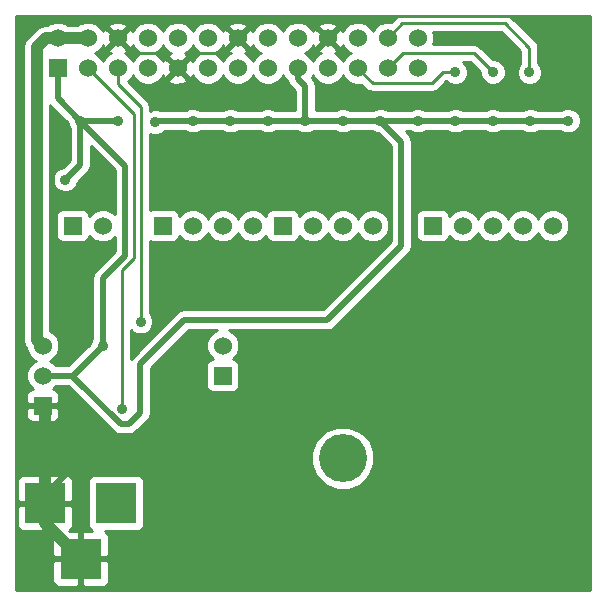
<source format=gbl>
G04 (created by PCBNEW (2013-07-07 BZR 4022)-stable) date 21/02/2014 11:26:53*
%MOIN*%
G04 Gerber Fmt 3.4, Leading zero omitted, Abs format*
%FSLAX34Y34*%
G01*
G70*
G90*
G04 APERTURE LIST*
%ADD10C,0.00590551*%
%ADD11R,0.06X0.06*%
%ADD12C,0.06*%
%ADD13R,0.1378X0.1378*%
%ADD14C,0.16*%
%ADD15C,0.035*%
%ADD16C,0.019685*%
%ADD17C,0.0393701*%
%ADD18C,0.00984252*%
%ADD19C,0.01*%
G04 APERTURE END LIST*
G54D10*
G54D11*
X39000Y-16750D03*
G54D12*
X40000Y-16750D03*
X41000Y-16750D03*
X42000Y-16750D03*
X43000Y-16750D03*
G54D11*
X27000Y-16750D03*
G54D12*
X28000Y-16750D03*
G54D11*
X26500Y-11500D03*
G54D12*
X26500Y-10500D03*
X27500Y-11500D03*
X27500Y-10500D03*
X28500Y-11500D03*
X28500Y-10500D03*
X29500Y-11500D03*
X29500Y-10500D03*
X30500Y-11500D03*
X30500Y-10500D03*
X31500Y-11500D03*
X31500Y-10500D03*
X32500Y-11500D03*
X32500Y-10500D03*
X33500Y-11500D03*
X33500Y-10500D03*
X34500Y-11500D03*
X34500Y-10500D03*
X35500Y-11500D03*
X35500Y-10500D03*
X36500Y-11500D03*
X36500Y-10500D03*
X37500Y-11500D03*
X37500Y-10500D03*
X38500Y-11500D03*
X38500Y-10500D03*
G54D13*
X28441Y-26000D03*
X26079Y-26000D03*
X27260Y-27850D03*
G54D11*
X26000Y-22750D03*
G54D12*
X26000Y-21750D03*
X26000Y-20750D03*
G54D14*
X36000Y-24500D03*
G54D11*
X34000Y-16750D03*
G54D12*
X35000Y-16750D03*
X36000Y-16750D03*
X37000Y-16750D03*
G54D11*
X30000Y-16750D03*
G54D12*
X31000Y-16750D03*
X32000Y-16750D03*
X33000Y-16750D03*
G54D11*
X32000Y-21750D03*
G54D12*
X32000Y-20750D03*
G54D15*
X26750Y-15210D03*
X29750Y-13300D03*
X31000Y-13250D03*
X32250Y-13250D03*
X28500Y-13250D03*
X28000Y-20750D03*
X27250Y-13250D03*
X33500Y-13250D03*
X34750Y-13250D03*
X36000Y-13250D03*
X37250Y-13250D03*
X38500Y-13250D03*
X39750Y-13250D03*
X41000Y-13250D03*
X42250Y-13250D03*
X43500Y-13250D03*
X42220Y-11640D03*
X37900Y-18500D03*
X39100Y-18500D03*
X40400Y-18500D03*
X41600Y-18500D03*
X42900Y-18500D03*
X35400Y-18500D03*
X34100Y-18500D03*
X32850Y-18500D03*
X31600Y-18500D03*
X30350Y-18500D03*
X44000Y-10700D03*
X44000Y-11600D03*
X42050Y-28000D03*
X43400Y-28000D03*
X42100Y-25500D03*
X40700Y-25500D03*
X43400Y-25400D03*
X30100Y-23100D03*
X33000Y-23100D03*
X34700Y-23400D03*
X27100Y-23400D03*
X27300Y-24500D03*
X36800Y-20400D03*
X39300Y-20400D03*
X38100Y-22500D03*
X43800Y-23500D03*
X42400Y-22200D03*
X40800Y-23100D03*
X43400Y-26700D03*
X42050Y-26700D03*
X40700Y-26700D03*
X26650Y-19950D03*
X26650Y-18500D03*
X34000Y-28300D03*
X32900Y-25800D03*
X30200Y-25400D03*
X29800Y-27900D03*
X39750Y-11630D03*
X29260Y-19950D03*
X41000Y-11630D03*
X28650Y-22850D03*
G54D16*
X37250Y-13250D02*
X37950Y-13950D01*
X28590Y-23360D02*
X26980Y-21750D01*
X28870Y-23360D02*
X28590Y-23360D01*
X29250Y-22980D02*
X28870Y-23360D01*
X29250Y-21360D02*
X29250Y-22980D01*
X30720Y-19890D02*
X29250Y-21360D01*
X35480Y-19890D02*
X30720Y-19890D01*
X37950Y-17420D02*
X35480Y-19890D01*
X37950Y-13950D02*
X37950Y-17420D01*
X27250Y-13250D02*
X27250Y-14710D01*
X27250Y-14710D02*
X26750Y-15210D01*
X34500Y-11500D02*
X34500Y-11850D01*
X34750Y-12100D02*
X34750Y-13250D01*
X34500Y-11850D02*
X34750Y-12100D01*
X31000Y-13250D02*
X29750Y-13250D01*
X29750Y-13250D02*
X29750Y-13300D01*
X32250Y-13250D02*
X31000Y-13250D01*
X33500Y-13250D02*
X32250Y-13250D01*
X27250Y-13250D02*
X28500Y-13250D01*
X26500Y-11500D02*
X26500Y-12500D01*
X26500Y-12500D02*
X27250Y-13250D01*
X28000Y-20750D02*
X28000Y-18500D01*
X28750Y-14750D02*
X27250Y-13250D01*
X28750Y-17750D02*
X28750Y-14750D01*
X28000Y-18500D02*
X28750Y-17750D01*
X27000Y-21750D02*
X26980Y-21750D01*
X28000Y-20750D02*
X27000Y-21750D01*
X26980Y-21750D02*
X26000Y-21750D01*
X34750Y-13250D02*
X33500Y-13250D01*
X36000Y-13250D02*
X34750Y-13250D01*
X37250Y-13250D02*
X36000Y-13250D01*
X38500Y-13250D02*
X37250Y-13250D01*
X39750Y-13250D02*
X38500Y-13250D01*
X41000Y-13250D02*
X39750Y-13250D01*
X42250Y-13250D02*
X41000Y-13250D01*
X43500Y-13250D02*
X42250Y-13250D01*
G54D17*
X26500Y-10500D02*
X26100Y-10500D01*
X25800Y-20550D02*
X26000Y-20750D01*
X25800Y-10800D02*
X25800Y-20550D01*
X26100Y-10500D02*
X25800Y-10800D01*
X26500Y-10500D02*
X27500Y-10500D01*
X26500Y-10500D02*
X26500Y-10500D01*
G54D18*
X37500Y-10500D02*
X37500Y-10480D01*
X42220Y-10810D02*
X42220Y-11640D01*
X41410Y-10000D02*
X42220Y-10810D01*
X37980Y-10000D02*
X41410Y-10000D01*
X37500Y-10480D02*
X37980Y-10000D01*
X44000Y-10700D02*
X43100Y-10100D01*
X36250Y-9750D02*
X35500Y-10500D01*
X42750Y-9750D02*
X36250Y-9750D01*
X43100Y-10100D02*
X42750Y-9750D01*
G54D16*
X42900Y-18500D02*
X44100Y-18500D01*
X37900Y-18500D02*
X39100Y-18500D01*
X40400Y-18500D02*
X41600Y-18500D01*
X32850Y-18500D02*
X34100Y-18500D01*
X30350Y-18500D02*
X31600Y-18500D01*
X44000Y-18400D02*
X44000Y-11600D01*
X44100Y-18500D02*
X44000Y-18400D01*
G54D18*
X37800Y-28000D02*
X42050Y-28000D01*
G54D16*
X37800Y-28000D02*
X40700Y-28000D01*
X42100Y-28000D02*
X40700Y-28000D01*
G54D18*
X30500Y-11500D02*
X30000Y-11000D01*
X29000Y-11000D02*
X28500Y-10500D01*
X30000Y-11000D02*
X29000Y-11000D01*
G54D16*
X42100Y-28000D02*
X43400Y-28000D01*
X42400Y-22200D02*
X42400Y-25200D01*
X42400Y-25200D02*
X42100Y-25500D01*
X40800Y-23100D02*
X40800Y-25400D01*
X40800Y-25400D02*
X40700Y-25500D01*
X43800Y-23500D02*
X43800Y-25000D01*
X43800Y-25000D02*
X43400Y-25400D01*
X38100Y-22500D02*
X35600Y-22500D01*
X33000Y-23100D02*
X30100Y-23100D01*
X35600Y-22500D02*
X34700Y-23400D01*
X26079Y-26000D02*
X26079Y-25721D01*
X26079Y-25721D02*
X27300Y-24500D01*
X40800Y-23100D02*
X38700Y-23100D01*
X39300Y-20400D02*
X36800Y-20400D01*
X38700Y-23100D02*
X38100Y-22500D01*
X43400Y-23900D02*
X42300Y-23900D01*
X43800Y-23500D02*
X43400Y-23900D01*
X41700Y-22200D02*
X42400Y-22200D01*
X40800Y-23100D02*
X41700Y-22200D01*
X42050Y-26700D02*
X43400Y-26700D01*
X42050Y-26700D02*
X40700Y-26700D01*
X26650Y-18500D02*
X26650Y-19950D01*
G54D17*
X34000Y-26900D02*
X34000Y-28300D01*
X32900Y-25800D02*
X34000Y-26900D01*
X30200Y-27500D02*
X30200Y-25400D01*
X29800Y-27900D02*
X30200Y-27500D01*
G54D18*
X32500Y-10500D02*
X32490Y-10500D01*
X31000Y-11000D02*
X30500Y-11500D01*
X31990Y-11000D02*
X31000Y-11000D01*
X32490Y-10500D02*
X31990Y-11000D01*
G54D17*
X26079Y-26000D02*
X26079Y-22829D01*
X26079Y-22829D02*
X26000Y-22750D01*
X26079Y-26000D02*
X26079Y-26669D01*
X26079Y-26669D02*
X27260Y-27850D01*
G54D18*
X36500Y-11500D02*
X36500Y-11510D01*
X39330Y-11630D02*
X39750Y-11630D01*
X38960Y-12000D02*
X39330Y-11630D01*
X36990Y-12000D02*
X38960Y-12000D01*
X36500Y-11510D02*
X36990Y-12000D01*
X28500Y-11500D02*
X28500Y-12020D01*
X29260Y-12780D02*
X29260Y-19950D01*
X28500Y-12020D02*
X29260Y-12780D01*
X37500Y-11500D02*
X38010Y-10990D01*
X40360Y-10990D02*
X41000Y-11630D01*
X38010Y-10990D02*
X40360Y-10990D01*
X27500Y-11500D02*
X29040Y-13040D01*
X28650Y-18230D02*
X28650Y-22850D01*
X29040Y-17840D02*
X28650Y-18230D01*
X29040Y-13040D02*
X29040Y-17840D01*
G54D10*
G36*
X28401Y-17605D02*
X27753Y-18253D01*
X27678Y-18366D01*
X27673Y-18388D01*
X27651Y-18500D01*
X27651Y-18500D01*
X27651Y-20497D01*
X27639Y-20508D01*
X27575Y-20665D01*
X27575Y-20682D01*
X26855Y-21401D01*
X26429Y-21401D01*
X26311Y-21284D01*
X26230Y-21250D01*
X26311Y-21216D01*
X26465Y-21061D01*
X26549Y-20859D01*
X26550Y-20641D01*
X26466Y-20438D01*
X26311Y-20284D01*
X26246Y-20256D01*
X26246Y-12736D01*
X26253Y-12746D01*
X26824Y-13317D01*
X26824Y-13334D01*
X26889Y-13490D01*
X26901Y-13502D01*
X26901Y-14565D01*
X26682Y-14784D01*
X26665Y-14784D01*
X26509Y-14849D01*
X26389Y-14968D01*
X26325Y-15125D01*
X26324Y-15294D01*
X26389Y-15450D01*
X26508Y-15570D01*
X26665Y-15634D01*
X26834Y-15635D01*
X26990Y-15570D01*
X27110Y-15451D01*
X27174Y-15294D01*
X27174Y-15277D01*
X27496Y-14956D01*
X27496Y-14956D01*
X27496Y-14956D01*
X27571Y-14843D01*
X27598Y-14710D01*
X27598Y-14710D01*
X27598Y-14709D01*
X27598Y-14091D01*
X28401Y-14894D01*
X28401Y-16373D01*
X28311Y-16284D01*
X28109Y-16200D01*
X27891Y-16199D01*
X27688Y-16283D01*
X27550Y-16422D01*
X27550Y-16400D01*
X27512Y-16308D01*
X27441Y-16238D01*
X27349Y-16200D01*
X27250Y-16199D01*
X26650Y-16199D01*
X26558Y-16237D01*
X26488Y-16308D01*
X26450Y-16400D01*
X26449Y-16499D01*
X26449Y-17099D01*
X26487Y-17191D01*
X26558Y-17261D01*
X26650Y-17299D01*
X26749Y-17300D01*
X27349Y-17300D01*
X27441Y-17262D01*
X27511Y-17191D01*
X27549Y-17099D01*
X27549Y-17077D01*
X27688Y-17215D01*
X27890Y-17299D01*
X28108Y-17300D01*
X28311Y-17216D01*
X28401Y-17126D01*
X28401Y-17605D01*
X28401Y-17605D01*
G37*
G54D19*
X28401Y-17605D02*
X27753Y-18253D01*
X27678Y-18366D01*
X27673Y-18388D01*
X27651Y-18500D01*
X27651Y-18500D01*
X27651Y-20497D01*
X27639Y-20508D01*
X27575Y-20665D01*
X27575Y-20682D01*
X26855Y-21401D01*
X26429Y-21401D01*
X26311Y-21284D01*
X26230Y-21250D01*
X26311Y-21216D01*
X26465Y-21061D01*
X26549Y-20859D01*
X26550Y-20641D01*
X26466Y-20438D01*
X26311Y-20284D01*
X26246Y-20256D01*
X26246Y-12736D01*
X26253Y-12746D01*
X26824Y-13317D01*
X26824Y-13334D01*
X26889Y-13490D01*
X26901Y-13502D01*
X26901Y-14565D01*
X26682Y-14784D01*
X26665Y-14784D01*
X26509Y-14849D01*
X26389Y-14968D01*
X26325Y-15125D01*
X26324Y-15294D01*
X26389Y-15450D01*
X26508Y-15570D01*
X26665Y-15634D01*
X26834Y-15635D01*
X26990Y-15570D01*
X27110Y-15451D01*
X27174Y-15294D01*
X27174Y-15277D01*
X27496Y-14956D01*
X27496Y-14956D01*
X27496Y-14956D01*
X27571Y-14843D01*
X27598Y-14710D01*
X27598Y-14710D01*
X27598Y-14709D01*
X27598Y-14091D01*
X28401Y-14894D01*
X28401Y-16373D01*
X28311Y-16284D01*
X28109Y-16200D01*
X27891Y-16199D01*
X27688Y-16283D01*
X27550Y-16422D01*
X27550Y-16400D01*
X27512Y-16308D01*
X27441Y-16238D01*
X27349Y-16200D01*
X27250Y-16199D01*
X26650Y-16199D01*
X26558Y-16237D01*
X26488Y-16308D01*
X26450Y-16400D01*
X26449Y-16499D01*
X26449Y-17099D01*
X26487Y-17191D01*
X26558Y-17261D01*
X26650Y-17299D01*
X26749Y-17300D01*
X27349Y-17300D01*
X27441Y-17262D01*
X27511Y-17191D01*
X27549Y-17099D01*
X27549Y-17077D01*
X27688Y-17215D01*
X27890Y-17299D01*
X28108Y-17300D01*
X28311Y-17216D01*
X28401Y-17126D01*
X28401Y-17605D01*
G54D10*
G36*
X34401Y-12901D02*
X33752Y-12901D01*
X33741Y-12889D01*
X33584Y-12825D01*
X33415Y-12824D01*
X33259Y-12889D01*
X33247Y-12901D01*
X32502Y-12901D01*
X32491Y-12889D01*
X32334Y-12825D01*
X32165Y-12824D01*
X32009Y-12889D01*
X31997Y-12901D01*
X31252Y-12901D01*
X31241Y-12889D01*
X31084Y-12825D01*
X30915Y-12824D01*
X30815Y-12866D01*
X30815Y-11885D01*
X30500Y-11570D01*
X30184Y-11885D01*
X30212Y-11981D01*
X30418Y-12054D01*
X30636Y-12043D01*
X30787Y-11981D01*
X30815Y-11885D01*
X30815Y-12866D01*
X30759Y-12889D01*
X30747Y-12901D01*
X29898Y-12901D01*
X29834Y-12875D01*
X29665Y-12874D01*
X29559Y-12918D01*
X29559Y-12780D01*
X29559Y-12779D01*
X29536Y-12665D01*
X29536Y-12665D01*
X29514Y-12633D01*
X29471Y-12568D01*
X29471Y-12568D01*
X28840Y-11937D01*
X28965Y-11811D01*
X28999Y-11730D01*
X29033Y-11811D01*
X29188Y-11965D01*
X29390Y-12049D01*
X29608Y-12050D01*
X29811Y-11966D01*
X29965Y-11811D01*
X29997Y-11736D01*
X30018Y-11787D01*
X30114Y-11815D01*
X30429Y-11500D01*
X30114Y-11184D01*
X30018Y-11212D01*
X29999Y-11267D01*
X29966Y-11188D01*
X29811Y-11034D01*
X29730Y-11000D01*
X29811Y-10966D01*
X29965Y-10811D01*
X29999Y-10730D01*
X30033Y-10811D01*
X30188Y-10965D01*
X30263Y-10997D01*
X30212Y-11018D01*
X30184Y-11114D01*
X30500Y-11429D01*
X30815Y-11114D01*
X30787Y-11018D01*
X30732Y-10999D01*
X30811Y-10966D01*
X30965Y-10811D01*
X30999Y-10730D01*
X31033Y-10811D01*
X31188Y-10965D01*
X31269Y-10999D01*
X31188Y-11033D01*
X31034Y-11188D01*
X31002Y-11263D01*
X30981Y-11212D01*
X30885Y-11184D01*
X30570Y-11500D01*
X30885Y-11815D01*
X30981Y-11787D01*
X31000Y-11732D01*
X31033Y-11811D01*
X31188Y-11965D01*
X31390Y-12049D01*
X31608Y-12050D01*
X31811Y-11966D01*
X31965Y-11811D01*
X31999Y-11730D01*
X32033Y-11811D01*
X32188Y-11965D01*
X32390Y-12049D01*
X32608Y-12050D01*
X32811Y-11966D01*
X32965Y-11811D01*
X32999Y-11730D01*
X33033Y-11811D01*
X33188Y-11965D01*
X33390Y-12049D01*
X33608Y-12050D01*
X33811Y-11966D01*
X33965Y-11811D01*
X33999Y-11730D01*
X34033Y-11811D01*
X34171Y-11949D01*
X34173Y-11961D01*
X34178Y-11983D01*
X34253Y-12096D01*
X34401Y-12244D01*
X34401Y-12901D01*
X34401Y-12901D01*
G37*
G54D19*
X34401Y-12901D02*
X33752Y-12901D01*
X33741Y-12889D01*
X33584Y-12825D01*
X33415Y-12824D01*
X33259Y-12889D01*
X33247Y-12901D01*
X32502Y-12901D01*
X32491Y-12889D01*
X32334Y-12825D01*
X32165Y-12824D01*
X32009Y-12889D01*
X31997Y-12901D01*
X31252Y-12901D01*
X31241Y-12889D01*
X31084Y-12825D01*
X30915Y-12824D01*
X30815Y-12866D01*
X30815Y-11885D01*
X30500Y-11570D01*
X30184Y-11885D01*
X30212Y-11981D01*
X30418Y-12054D01*
X30636Y-12043D01*
X30787Y-11981D01*
X30815Y-11885D01*
X30815Y-12866D01*
X30759Y-12889D01*
X30747Y-12901D01*
X29898Y-12901D01*
X29834Y-12875D01*
X29665Y-12874D01*
X29559Y-12918D01*
X29559Y-12780D01*
X29559Y-12779D01*
X29536Y-12665D01*
X29536Y-12665D01*
X29514Y-12633D01*
X29471Y-12568D01*
X29471Y-12568D01*
X28840Y-11937D01*
X28965Y-11811D01*
X28999Y-11730D01*
X29033Y-11811D01*
X29188Y-11965D01*
X29390Y-12049D01*
X29608Y-12050D01*
X29811Y-11966D01*
X29965Y-11811D01*
X29997Y-11736D01*
X30018Y-11787D01*
X30114Y-11815D01*
X30429Y-11500D01*
X30114Y-11184D01*
X30018Y-11212D01*
X29999Y-11267D01*
X29966Y-11188D01*
X29811Y-11034D01*
X29730Y-11000D01*
X29811Y-10966D01*
X29965Y-10811D01*
X29999Y-10730D01*
X30033Y-10811D01*
X30188Y-10965D01*
X30263Y-10997D01*
X30212Y-11018D01*
X30184Y-11114D01*
X30500Y-11429D01*
X30815Y-11114D01*
X30787Y-11018D01*
X30732Y-10999D01*
X30811Y-10966D01*
X30965Y-10811D01*
X30999Y-10730D01*
X31033Y-10811D01*
X31188Y-10965D01*
X31269Y-10999D01*
X31188Y-11033D01*
X31034Y-11188D01*
X31002Y-11263D01*
X30981Y-11212D01*
X30885Y-11184D01*
X30570Y-11500D01*
X30885Y-11815D01*
X30981Y-11787D01*
X31000Y-11732D01*
X31033Y-11811D01*
X31188Y-11965D01*
X31390Y-12049D01*
X31608Y-12050D01*
X31811Y-11966D01*
X31965Y-11811D01*
X31999Y-11730D01*
X32033Y-11811D01*
X32188Y-11965D01*
X32390Y-12049D01*
X32608Y-12050D01*
X32811Y-11966D01*
X32965Y-11811D01*
X32999Y-11730D01*
X33033Y-11811D01*
X33188Y-11965D01*
X33390Y-12049D01*
X33608Y-12050D01*
X33811Y-11966D01*
X33965Y-11811D01*
X33999Y-11730D01*
X34033Y-11811D01*
X34171Y-11949D01*
X34173Y-11961D01*
X34178Y-11983D01*
X34253Y-12096D01*
X34401Y-12244D01*
X34401Y-12901D01*
G54D10*
G36*
X37601Y-17275D02*
X35335Y-19541D01*
X30720Y-19541D01*
X30586Y-19568D01*
X30473Y-19643D01*
X30473Y-19643D01*
X29003Y-21113D01*
X28949Y-21195D01*
X28949Y-20240D01*
X29018Y-20310D01*
X29175Y-20374D01*
X29344Y-20375D01*
X29500Y-20310D01*
X29620Y-20191D01*
X29684Y-20034D01*
X29685Y-19865D01*
X29620Y-19709D01*
X29559Y-19648D01*
X29559Y-17262D01*
X29650Y-17299D01*
X29749Y-17300D01*
X30349Y-17300D01*
X30441Y-17262D01*
X30511Y-17191D01*
X30549Y-17099D01*
X30549Y-17077D01*
X30688Y-17215D01*
X30890Y-17299D01*
X31108Y-17300D01*
X31311Y-17216D01*
X31465Y-17061D01*
X31499Y-16980D01*
X31533Y-17061D01*
X31688Y-17215D01*
X31890Y-17299D01*
X32108Y-17300D01*
X32311Y-17216D01*
X32465Y-17061D01*
X32499Y-16980D01*
X32533Y-17061D01*
X32688Y-17215D01*
X32890Y-17299D01*
X33108Y-17300D01*
X33311Y-17216D01*
X33449Y-17077D01*
X33449Y-17099D01*
X33487Y-17191D01*
X33558Y-17261D01*
X33650Y-17299D01*
X33749Y-17300D01*
X34349Y-17300D01*
X34441Y-17262D01*
X34511Y-17191D01*
X34549Y-17099D01*
X34549Y-17077D01*
X34688Y-17215D01*
X34890Y-17299D01*
X35108Y-17300D01*
X35311Y-17216D01*
X35465Y-17061D01*
X35499Y-16980D01*
X35533Y-17061D01*
X35688Y-17215D01*
X35890Y-17299D01*
X36108Y-17300D01*
X36311Y-17216D01*
X36465Y-17061D01*
X36499Y-16980D01*
X36533Y-17061D01*
X36688Y-17215D01*
X36890Y-17299D01*
X37108Y-17300D01*
X37311Y-17216D01*
X37465Y-17061D01*
X37549Y-16859D01*
X37550Y-16641D01*
X37466Y-16438D01*
X37311Y-16284D01*
X37109Y-16200D01*
X36891Y-16199D01*
X36688Y-16283D01*
X36534Y-16438D01*
X36500Y-16519D01*
X36466Y-16438D01*
X36311Y-16284D01*
X36109Y-16200D01*
X35891Y-16199D01*
X35688Y-16283D01*
X35534Y-16438D01*
X35500Y-16519D01*
X35466Y-16438D01*
X35311Y-16284D01*
X35109Y-16200D01*
X34891Y-16199D01*
X34688Y-16283D01*
X34550Y-16422D01*
X34550Y-16400D01*
X34512Y-16308D01*
X34441Y-16238D01*
X34349Y-16200D01*
X34250Y-16199D01*
X33650Y-16199D01*
X33558Y-16237D01*
X33488Y-16308D01*
X33450Y-16400D01*
X33450Y-16422D01*
X33311Y-16284D01*
X33109Y-16200D01*
X32891Y-16199D01*
X32688Y-16283D01*
X32534Y-16438D01*
X32500Y-16519D01*
X32466Y-16438D01*
X32311Y-16284D01*
X32109Y-16200D01*
X31891Y-16199D01*
X31688Y-16283D01*
X31534Y-16438D01*
X31500Y-16519D01*
X31466Y-16438D01*
X31311Y-16284D01*
X31109Y-16200D01*
X30891Y-16199D01*
X30688Y-16283D01*
X30550Y-16422D01*
X30550Y-16400D01*
X30512Y-16308D01*
X30441Y-16238D01*
X30349Y-16200D01*
X30250Y-16199D01*
X29650Y-16199D01*
X29559Y-16237D01*
X29559Y-13680D01*
X29665Y-13724D01*
X29834Y-13725D01*
X29990Y-13660D01*
X30052Y-13598D01*
X30747Y-13598D01*
X30758Y-13610D01*
X30915Y-13674D01*
X31084Y-13675D01*
X31240Y-13610D01*
X31252Y-13598D01*
X31997Y-13598D01*
X32008Y-13610D01*
X32165Y-13674D01*
X32334Y-13675D01*
X32490Y-13610D01*
X32502Y-13598D01*
X33247Y-13598D01*
X33258Y-13610D01*
X33415Y-13674D01*
X33584Y-13675D01*
X33740Y-13610D01*
X33752Y-13598D01*
X34497Y-13598D01*
X34508Y-13610D01*
X34665Y-13674D01*
X34834Y-13675D01*
X34990Y-13610D01*
X35002Y-13598D01*
X35747Y-13598D01*
X35758Y-13610D01*
X35915Y-13674D01*
X36084Y-13675D01*
X36240Y-13610D01*
X36252Y-13598D01*
X36997Y-13598D01*
X37008Y-13610D01*
X37165Y-13674D01*
X37182Y-13674D01*
X37601Y-14094D01*
X37601Y-17275D01*
X37601Y-17275D01*
G37*
G54D19*
X37601Y-17275D02*
X35335Y-19541D01*
X30720Y-19541D01*
X30586Y-19568D01*
X30473Y-19643D01*
X30473Y-19643D01*
X29003Y-21113D01*
X28949Y-21195D01*
X28949Y-20240D01*
X29018Y-20310D01*
X29175Y-20374D01*
X29344Y-20375D01*
X29500Y-20310D01*
X29620Y-20191D01*
X29684Y-20034D01*
X29685Y-19865D01*
X29620Y-19709D01*
X29559Y-19648D01*
X29559Y-17262D01*
X29650Y-17299D01*
X29749Y-17300D01*
X30349Y-17300D01*
X30441Y-17262D01*
X30511Y-17191D01*
X30549Y-17099D01*
X30549Y-17077D01*
X30688Y-17215D01*
X30890Y-17299D01*
X31108Y-17300D01*
X31311Y-17216D01*
X31465Y-17061D01*
X31499Y-16980D01*
X31533Y-17061D01*
X31688Y-17215D01*
X31890Y-17299D01*
X32108Y-17300D01*
X32311Y-17216D01*
X32465Y-17061D01*
X32499Y-16980D01*
X32533Y-17061D01*
X32688Y-17215D01*
X32890Y-17299D01*
X33108Y-17300D01*
X33311Y-17216D01*
X33449Y-17077D01*
X33449Y-17099D01*
X33487Y-17191D01*
X33558Y-17261D01*
X33650Y-17299D01*
X33749Y-17300D01*
X34349Y-17300D01*
X34441Y-17262D01*
X34511Y-17191D01*
X34549Y-17099D01*
X34549Y-17077D01*
X34688Y-17215D01*
X34890Y-17299D01*
X35108Y-17300D01*
X35311Y-17216D01*
X35465Y-17061D01*
X35499Y-16980D01*
X35533Y-17061D01*
X35688Y-17215D01*
X35890Y-17299D01*
X36108Y-17300D01*
X36311Y-17216D01*
X36465Y-17061D01*
X36499Y-16980D01*
X36533Y-17061D01*
X36688Y-17215D01*
X36890Y-17299D01*
X37108Y-17300D01*
X37311Y-17216D01*
X37465Y-17061D01*
X37549Y-16859D01*
X37550Y-16641D01*
X37466Y-16438D01*
X37311Y-16284D01*
X37109Y-16200D01*
X36891Y-16199D01*
X36688Y-16283D01*
X36534Y-16438D01*
X36500Y-16519D01*
X36466Y-16438D01*
X36311Y-16284D01*
X36109Y-16200D01*
X35891Y-16199D01*
X35688Y-16283D01*
X35534Y-16438D01*
X35500Y-16519D01*
X35466Y-16438D01*
X35311Y-16284D01*
X35109Y-16200D01*
X34891Y-16199D01*
X34688Y-16283D01*
X34550Y-16422D01*
X34550Y-16400D01*
X34512Y-16308D01*
X34441Y-16238D01*
X34349Y-16200D01*
X34250Y-16199D01*
X33650Y-16199D01*
X33558Y-16237D01*
X33488Y-16308D01*
X33450Y-16400D01*
X33450Y-16422D01*
X33311Y-16284D01*
X33109Y-16200D01*
X32891Y-16199D01*
X32688Y-16283D01*
X32534Y-16438D01*
X32500Y-16519D01*
X32466Y-16438D01*
X32311Y-16284D01*
X32109Y-16200D01*
X31891Y-16199D01*
X31688Y-16283D01*
X31534Y-16438D01*
X31500Y-16519D01*
X31466Y-16438D01*
X31311Y-16284D01*
X31109Y-16200D01*
X30891Y-16199D01*
X30688Y-16283D01*
X30550Y-16422D01*
X30550Y-16400D01*
X30512Y-16308D01*
X30441Y-16238D01*
X30349Y-16200D01*
X30250Y-16199D01*
X29650Y-16199D01*
X29559Y-16237D01*
X29559Y-13680D01*
X29665Y-13724D01*
X29834Y-13725D01*
X29990Y-13660D01*
X30052Y-13598D01*
X30747Y-13598D01*
X30758Y-13610D01*
X30915Y-13674D01*
X31084Y-13675D01*
X31240Y-13610D01*
X31252Y-13598D01*
X31997Y-13598D01*
X32008Y-13610D01*
X32165Y-13674D01*
X32334Y-13675D01*
X32490Y-13610D01*
X32502Y-13598D01*
X33247Y-13598D01*
X33258Y-13610D01*
X33415Y-13674D01*
X33584Y-13675D01*
X33740Y-13610D01*
X33752Y-13598D01*
X34497Y-13598D01*
X34508Y-13610D01*
X34665Y-13674D01*
X34834Y-13675D01*
X34990Y-13610D01*
X35002Y-13598D01*
X35747Y-13598D01*
X35758Y-13610D01*
X35915Y-13674D01*
X36084Y-13675D01*
X36240Y-13610D01*
X36252Y-13598D01*
X36997Y-13598D01*
X37008Y-13610D01*
X37165Y-13674D01*
X37182Y-13674D01*
X37601Y-14094D01*
X37601Y-17275D01*
G54D10*
G36*
X38576Y-11505D02*
X38505Y-11576D01*
X38500Y-11570D01*
X38494Y-11576D01*
X38423Y-11505D01*
X38429Y-11500D01*
X38423Y-11494D01*
X38494Y-11423D01*
X38500Y-11429D01*
X38505Y-11423D01*
X38576Y-11494D01*
X38570Y-11500D01*
X38576Y-11505D01*
X38576Y-11505D01*
G37*
G54D19*
X38576Y-11505D02*
X38505Y-11576D01*
X38500Y-11570D01*
X38494Y-11576D01*
X38423Y-11505D01*
X38429Y-11500D01*
X38423Y-11494D01*
X38494Y-11423D01*
X38500Y-11429D01*
X38505Y-11423D01*
X38576Y-11494D01*
X38570Y-11500D01*
X38576Y-11505D01*
G54D10*
G36*
X44250Y-28895D02*
X43550Y-28895D01*
X43550Y-16641D01*
X43466Y-16438D01*
X43311Y-16284D01*
X43109Y-16200D01*
X42891Y-16199D01*
X42688Y-16283D01*
X42534Y-16438D01*
X42500Y-16519D01*
X42466Y-16438D01*
X42311Y-16284D01*
X42109Y-16200D01*
X41891Y-16199D01*
X41688Y-16283D01*
X41534Y-16438D01*
X41500Y-16519D01*
X41466Y-16438D01*
X41311Y-16284D01*
X41109Y-16200D01*
X40891Y-16199D01*
X40688Y-16283D01*
X40534Y-16438D01*
X40500Y-16519D01*
X40466Y-16438D01*
X40311Y-16284D01*
X40109Y-16200D01*
X39891Y-16199D01*
X39688Y-16283D01*
X39550Y-16422D01*
X39550Y-16400D01*
X39512Y-16308D01*
X39441Y-16238D01*
X39349Y-16200D01*
X39250Y-16199D01*
X38650Y-16199D01*
X38558Y-16237D01*
X38488Y-16308D01*
X38450Y-16400D01*
X38449Y-16499D01*
X38449Y-17099D01*
X38487Y-17191D01*
X38558Y-17261D01*
X38650Y-17299D01*
X38749Y-17300D01*
X39349Y-17300D01*
X39441Y-17262D01*
X39511Y-17191D01*
X39549Y-17099D01*
X39549Y-17077D01*
X39688Y-17215D01*
X39890Y-17299D01*
X40108Y-17300D01*
X40311Y-17216D01*
X40465Y-17061D01*
X40499Y-16980D01*
X40533Y-17061D01*
X40688Y-17215D01*
X40890Y-17299D01*
X41108Y-17300D01*
X41311Y-17216D01*
X41465Y-17061D01*
X41499Y-16980D01*
X41533Y-17061D01*
X41688Y-17215D01*
X41890Y-17299D01*
X42108Y-17300D01*
X42311Y-17216D01*
X42465Y-17061D01*
X42499Y-16980D01*
X42533Y-17061D01*
X42688Y-17215D01*
X42890Y-17299D01*
X43108Y-17300D01*
X43311Y-17216D01*
X43465Y-17061D01*
X43549Y-16859D01*
X43550Y-16641D01*
X43550Y-28895D01*
X37050Y-28895D01*
X37050Y-24292D01*
X36890Y-23906D01*
X36595Y-23610D01*
X36209Y-23450D01*
X35792Y-23449D01*
X35406Y-23609D01*
X35110Y-23904D01*
X34950Y-24290D01*
X34949Y-24707D01*
X35109Y-25094D01*
X35404Y-25389D01*
X35790Y-25549D01*
X36207Y-25550D01*
X36594Y-25390D01*
X36889Y-25095D01*
X37049Y-24709D01*
X37050Y-24292D01*
X37050Y-28895D01*
X29380Y-28895D01*
X29380Y-26639D01*
X29380Y-25261D01*
X29342Y-25169D01*
X29271Y-25099D01*
X29179Y-25061D01*
X29080Y-25060D01*
X27702Y-25060D01*
X27610Y-25098D01*
X27540Y-25169D01*
X27502Y-25261D01*
X27501Y-25360D01*
X27501Y-26738D01*
X27539Y-26830D01*
X27610Y-26900D01*
X27634Y-26910D01*
X27372Y-26911D01*
X27310Y-26973D01*
X27310Y-27800D01*
X28136Y-27800D01*
X28199Y-27737D01*
X28199Y-27210D01*
X28198Y-27111D01*
X28160Y-27019D01*
X28090Y-26948D01*
X28066Y-26939D01*
X29179Y-26939D01*
X29271Y-26901D01*
X29341Y-26830D01*
X29379Y-26738D01*
X29380Y-26639D01*
X29380Y-28895D01*
X28199Y-28895D01*
X28199Y-28489D01*
X28199Y-27962D01*
X28136Y-27900D01*
X27310Y-27900D01*
X27310Y-28726D01*
X27372Y-28789D01*
X27998Y-28789D01*
X28090Y-28751D01*
X28160Y-28680D01*
X28198Y-28588D01*
X28199Y-28489D01*
X28199Y-28895D01*
X27210Y-28895D01*
X27210Y-28726D01*
X27210Y-27900D01*
X27210Y-27800D01*
X27210Y-26973D01*
X27147Y-26911D01*
X26885Y-26910D01*
X26909Y-26901D01*
X26979Y-26830D01*
X27017Y-26738D01*
X27018Y-26639D01*
X27018Y-25360D01*
X27017Y-25261D01*
X26979Y-25169D01*
X26909Y-25098D01*
X26817Y-25060D01*
X26550Y-25060D01*
X26550Y-23099D01*
X26550Y-22862D01*
X26487Y-22800D01*
X26050Y-22800D01*
X26050Y-23237D01*
X26112Y-23300D01*
X26250Y-23300D01*
X26349Y-23299D01*
X26441Y-23261D01*
X26512Y-23191D01*
X26550Y-23099D01*
X26550Y-25060D01*
X26191Y-25061D01*
X26129Y-25123D01*
X26129Y-25950D01*
X26955Y-25950D01*
X27018Y-25887D01*
X27018Y-25360D01*
X27018Y-26639D01*
X27018Y-26112D01*
X26955Y-26050D01*
X26129Y-26050D01*
X26129Y-26876D01*
X26191Y-26939D01*
X26453Y-26939D01*
X26429Y-26948D01*
X26359Y-27019D01*
X26321Y-27111D01*
X26320Y-27210D01*
X26321Y-27737D01*
X26383Y-27800D01*
X27210Y-27800D01*
X27210Y-27900D01*
X26383Y-27900D01*
X26321Y-27962D01*
X26320Y-28489D01*
X26321Y-28588D01*
X26359Y-28680D01*
X26429Y-28751D01*
X26521Y-28789D01*
X27147Y-28789D01*
X27210Y-28726D01*
X27210Y-28895D01*
X26029Y-28895D01*
X26029Y-26876D01*
X26029Y-26050D01*
X26029Y-25950D01*
X26029Y-25123D01*
X25966Y-25061D01*
X25950Y-25060D01*
X25950Y-23237D01*
X25950Y-22800D01*
X25512Y-22800D01*
X25450Y-22862D01*
X25449Y-23099D01*
X25487Y-23191D01*
X25558Y-23261D01*
X25650Y-23299D01*
X25749Y-23300D01*
X25887Y-23300D01*
X25950Y-23237D01*
X25950Y-25060D01*
X25340Y-25060D01*
X25248Y-25098D01*
X25178Y-25169D01*
X25140Y-25261D01*
X25139Y-25360D01*
X25140Y-25887D01*
X25202Y-25950D01*
X26029Y-25950D01*
X26029Y-26050D01*
X25202Y-26050D01*
X25140Y-26112D01*
X25139Y-26639D01*
X25140Y-26738D01*
X25178Y-26830D01*
X25248Y-26901D01*
X25340Y-26939D01*
X25966Y-26939D01*
X26029Y-26876D01*
X26029Y-28895D01*
X25104Y-28895D01*
X25104Y-9750D01*
X37825Y-9750D01*
X37768Y-9788D01*
X37606Y-9950D01*
X37391Y-9949D01*
X37188Y-10033D01*
X37034Y-10188D01*
X37000Y-10269D01*
X36966Y-10188D01*
X36811Y-10034D01*
X36609Y-9950D01*
X36391Y-9949D01*
X36188Y-10033D01*
X36034Y-10188D01*
X36002Y-10263D01*
X35981Y-10212D01*
X35885Y-10184D01*
X35815Y-10255D01*
X35815Y-10114D01*
X35787Y-10018D01*
X35581Y-9945D01*
X35363Y-9956D01*
X35212Y-10018D01*
X35184Y-10114D01*
X35500Y-10429D01*
X35815Y-10114D01*
X35815Y-10255D01*
X35570Y-10500D01*
X35885Y-10815D01*
X35981Y-10787D01*
X36000Y-10732D01*
X36033Y-10811D01*
X36188Y-10965D01*
X36269Y-10999D01*
X36188Y-11033D01*
X36034Y-11188D01*
X36000Y-11269D01*
X35966Y-11188D01*
X35811Y-11034D01*
X35736Y-11002D01*
X35787Y-10981D01*
X35815Y-10885D01*
X35500Y-10570D01*
X35184Y-10885D01*
X35212Y-10981D01*
X35267Y-11000D01*
X35188Y-11033D01*
X35034Y-11188D01*
X35000Y-11269D01*
X34966Y-11188D01*
X34811Y-11034D01*
X34730Y-11000D01*
X34811Y-10966D01*
X34965Y-10811D01*
X34997Y-10736D01*
X35018Y-10787D01*
X35114Y-10815D01*
X35429Y-10500D01*
X35114Y-10184D01*
X35018Y-10212D01*
X34999Y-10267D01*
X34966Y-10188D01*
X34811Y-10034D01*
X34609Y-9950D01*
X34391Y-9949D01*
X34188Y-10033D01*
X34034Y-10188D01*
X34000Y-10269D01*
X33966Y-10188D01*
X33811Y-10034D01*
X33609Y-9950D01*
X33391Y-9949D01*
X33188Y-10033D01*
X33034Y-10188D01*
X33002Y-10263D01*
X32981Y-10212D01*
X32885Y-10184D01*
X32815Y-10255D01*
X32815Y-10114D01*
X32787Y-10018D01*
X32581Y-9945D01*
X32363Y-9956D01*
X32212Y-10018D01*
X32184Y-10114D01*
X32500Y-10429D01*
X32815Y-10114D01*
X32815Y-10255D01*
X32570Y-10500D01*
X32885Y-10815D01*
X32981Y-10787D01*
X33000Y-10732D01*
X33033Y-10811D01*
X33188Y-10965D01*
X33269Y-10999D01*
X33188Y-11033D01*
X33034Y-11188D01*
X33000Y-11269D01*
X32966Y-11188D01*
X32811Y-11034D01*
X32736Y-11002D01*
X32787Y-10981D01*
X32815Y-10885D01*
X32500Y-10570D01*
X32184Y-10885D01*
X32212Y-10981D01*
X32267Y-11000D01*
X32188Y-11033D01*
X32034Y-11188D01*
X32000Y-11269D01*
X31966Y-11188D01*
X31811Y-11034D01*
X31730Y-11000D01*
X31811Y-10966D01*
X31965Y-10811D01*
X31997Y-10736D01*
X32018Y-10787D01*
X32114Y-10815D01*
X32429Y-10500D01*
X32114Y-10184D01*
X32018Y-10212D01*
X31999Y-10267D01*
X31966Y-10188D01*
X31811Y-10034D01*
X31609Y-9950D01*
X31391Y-9949D01*
X31188Y-10033D01*
X31034Y-10188D01*
X31000Y-10269D01*
X30966Y-10188D01*
X30811Y-10034D01*
X30609Y-9950D01*
X30391Y-9949D01*
X30188Y-10033D01*
X30034Y-10188D01*
X30000Y-10269D01*
X29966Y-10188D01*
X29811Y-10034D01*
X29609Y-9950D01*
X29391Y-9949D01*
X29188Y-10033D01*
X29034Y-10188D01*
X29002Y-10263D01*
X28981Y-10212D01*
X28885Y-10184D01*
X28815Y-10255D01*
X28815Y-10114D01*
X28787Y-10018D01*
X28581Y-9945D01*
X28363Y-9956D01*
X28212Y-10018D01*
X28184Y-10114D01*
X28500Y-10429D01*
X28815Y-10114D01*
X28815Y-10255D01*
X28570Y-10500D01*
X28885Y-10815D01*
X28981Y-10787D01*
X29000Y-10732D01*
X29033Y-10811D01*
X29188Y-10965D01*
X29269Y-10999D01*
X29188Y-11033D01*
X29034Y-11188D01*
X29000Y-11269D01*
X28966Y-11188D01*
X28811Y-11034D01*
X28736Y-11002D01*
X28787Y-10981D01*
X28815Y-10885D01*
X28500Y-10570D01*
X28184Y-10885D01*
X28212Y-10981D01*
X28267Y-11000D01*
X28188Y-11033D01*
X28034Y-11188D01*
X28000Y-11269D01*
X27966Y-11188D01*
X27811Y-11034D01*
X27730Y-11000D01*
X27811Y-10966D01*
X27965Y-10811D01*
X27997Y-10736D01*
X28018Y-10787D01*
X28114Y-10815D01*
X28429Y-10500D01*
X28114Y-10184D01*
X28018Y-10212D01*
X27999Y-10267D01*
X27966Y-10188D01*
X27811Y-10034D01*
X27609Y-9950D01*
X27391Y-9949D01*
X27188Y-10033D01*
X27169Y-10053D01*
X26831Y-10053D01*
X26811Y-10034D01*
X26609Y-9950D01*
X26391Y-9949D01*
X26188Y-10033D01*
X26169Y-10053D01*
X26100Y-10053D01*
X25928Y-10087D01*
X25784Y-10184D01*
X25484Y-10484D01*
X25387Y-10628D01*
X25353Y-10800D01*
X25353Y-20550D01*
X25387Y-20721D01*
X25449Y-20814D01*
X25449Y-20858D01*
X25533Y-21061D01*
X25688Y-21215D01*
X25769Y-21249D01*
X25688Y-21283D01*
X25534Y-21438D01*
X25450Y-21640D01*
X25449Y-21858D01*
X25533Y-22061D01*
X25672Y-22200D01*
X25650Y-22200D01*
X25558Y-22238D01*
X25487Y-22308D01*
X25449Y-22400D01*
X25450Y-22637D01*
X25512Y-22700D01*
X25950Y-22700D01*
X25950Y-22692D01*
X26050Y-22692D01*
X26050Y-22700D01*
X26487Y-22700D01*
X26550Y-22637D01*
X26550Y-22400D01*
X26512Y-22308D01*
X26441Y-22238D01*
X26349Y-22200D01*
X26327Y-22200D01*
X26429Y-22098D01*
X26835Y-22098D01*
X28343Y-23606D01*
X28343Y-23606D01*
X28456Y-23681D01*
X28589Y-23708D01*
X28589Y-23708D01*
X28590Y-23708D01*
X28869Y-23708D01*
X28870Y-23708D01*
X28870Y-23708D01*
X28981Y-23686D01*
X29003Y-23681D01*
X29003Y-23681D01*
X29116Y-23606D01*
X29496Y-23226D01*
X29496Y-23226D01*
X29496Y-23226D01*
X29571Y-23113D01*
X29598Y-22980D01*
X29598Y-22980D01*
X29598Y-22980D01*
X29598Y-21504D01*
X30864Y-20238D01*
X31797Y-20238D01*
X31688Y-20283D01*
X31534Y-20438D01*
X31450Y-20640D01*
X31449Y-20858D01*
X31533Y-21061D01*
X31672Y-21199D01*
X31650Y-21199D01*
X31558Y-21237D01*
X31488Y-21308D01*
X31450Y-21400D01*
X31449Y-21499D01*
X31449Y-22099D01*
X31487Y-22191D01*
X31558Y-22261D01*
X31650Y-22299D01*
X31749Y-22300D01*
X32349Y-22300D01*
X32441Y-22262D01*
X32511Y-22191D01*
X32549Y-22099D01*
X32550Y-22000D01*
X32550Y-21400D01*
X32512Y-21308D01*
X32441Y-21238D01*
X32349Y-21200D01*
X32327Y-21200D01*
X32465Y-21061D01*
X32549Y-20859D01*
X32550Y-20641D01*
X32466Y-20438D01*
X32311Y-20284D01*
X32202Y-20238D01*
X35479Y-20238D01*
X35480Y-20238D01*
X35480Y-20238D01*
X35591Y-20216D01*
X35613Y-20211D01*
X35613Y-20211D01*
X35726Y-20136D01*
X38196Y-17666D01*
X38196Y-17666D01*
X38196Y-17666D01*
X38271Y-17553D01*
X38271Y-17553D01*
X38276Y-17531D01*
X38298Y-17420D01*
X38298Y-17420D01*
X38298Y-17419D01*
X38298Y-13950D01*
X38298Y-13949D01*
X38298Y-13949D01*
X38271Y-13816D01*
X38196Y-13703D01*
X38196Y-13703D01*
X38091Y-13598D01*
X38247Y-13598D01*
X38258Y-13610D01*
X38415Y-13674D01*
X38584Y-13675D01*
X38740Y-13610D01*
X38752Y-13598D01*
X39497Y-13598D01*
X39508Y-13610D01*
X39665Y-13674D01*
X39834Y-13675D01*
X39990Y-13610D01*
X40002Y-13598D01*
X40747Y-13598D01*
X40758Y-13610D01*
X40915Y-13674D01*
X41084Y-13675D01*
X41240Y-13610D01*
X41252Y-13598D01*
X41997Y-13598D01*
X42008Y-13610D01*
X42165Y-13674D01*
X42334Y-13675D01*
X42490Y-13610D01*
X42502Y-13598D01*
X43247Y-13598D01*
X43258Y-13610D01*
X43415Y-13674D01*
X43584Y-13675D01*
X43740Y-13610D01*
X43860Y-13491D01*
X43924Y-13334D01*
X43925Y-13165D01*
X43860Y-13009D01*
X43741Y-12889D01*
X43584Y-12825D01*
X43415Y-12824D01*
X43259Y-12889D01*
X43247Y-12901D01*
X42502Y-12901D01*
X42491Y-12889D01*
X42334Y-12825D01*
X42165Y-12824D01*
X42009Y-12889D01*
X41997Y-12901D01*
X41252Y-12901D01*
X41241Y-12889D01*
X41084Y-12825D01*
X40915Y-12824D01*
X40759Y-12889D01*
X40747Y-12901D01*
X40002Y-12901D01*
X39991Y-12889D01*
X39834Y-12825D01*
X39665Y-12824D01*
X39509Y-12889D01*
X39497Y-12901D01*
X38752Y-12901D01*
X38741Y-12889D01*
X38584Y-12825D01*
X38415Y-12824D01*
X38259Y-12889D01*
X38247Y-12901D01*
X37502Y-12901D01*
X37491Y-12889D01*
X37334Y-12825D01*
X37165Y-12824D01*
X37009Y-12889D01*
X36997Y-12901D01*
X36252Y-12901D01*
X36241Y-12889D01*
X36084Y-12825D01*
X35915Y-12824D01*
X35759Y-12889D01*
X35747Y-12901D01*
X35098Y-12901D01*
X35098Y-12100D01*
X35071Y-11966D01*
X34996Y-11853D01*
X34996Y-11853D01*
X34960Y-11817D01*
X34965Y-11811D01*
X34999Y-11730D01*
X35033Y-11811D01*
X35188Y-11965D01*
X35390Y-12049D01*
X35608Y-12050D01*
X35811Y-11966D01*
X35965Y-11811D01*
X35999Y-11730D01*
X36033Y-11811D01*
X36188Y-11965D01*
X36390Y-12049D01*
X36608Y-12050D01*
X36614Y-12047D01*
X36778Y-12211D01*
X36875Y-12276D01*
X36875Y-12276D01*
X36990Y-12299D01*
X38960Y-12299D01*
X39074Y-12276D01*
X39171Y-12211D01*
X39451Y-11932D01*
X39508Y-11990D01*
X39665Y-12054D01*
X39834Y-12055D01*
X39990Y-11990D01*
X40110Y-11871D01*
X40174Y-11714D01*
X40175Y-11545D01*
X40110Y-11389D01*
X40010Y-11289D01*
X40236Y-11289D01*
X40575Y-11628D01*
X40574Y-11714D01*
X40639Y-11870D01*
X40758Y-11990D01*
X40915Y-12054D01*
X41084Y-12055D01*
X41240Y-11990D01*
X41360Y-11871D01*
X41424Y-11714D01*
X41425Y-11545D01*
X41360Y-11389D01*
X41241Y-11269D01*
X41084Y-11205D01*
X40998Y-11204D01*
X40571Y-10778D01*
X40474Y-10713D01*
X40360Y-10690D01*
X39016Y-10690D01*
X39049Y-10609D01*
X39050Y-10391D01*
X39012Y-10299D01*
X41286Y-10299D01*
X41920Y-10933D01*
X41920Y-11338D01*
X41859Y-11398D01*
X41795Y-11555D01*
X41794Y-11724D01*
X41859Y-11880D01*
X41978Y-12000D01*
X42135Y-12064D01*
X42304Y-12065D01*
X42460Y-12000D01*
X42580Y-11881D01*
X42644Y-11724D01*
X42645Y-11555D01*
X42580Y-11399D01*
X42519Y-11338D01*
X42519Y-10810D01*
X42519Y-10809D01*
X42496Y-10695D01*
X42496Y-10695D01*
X42431Y-10598D01*
X42431Y-10598D01*
X41621Y-9788D01*
X41564Y-9750D01*
X44250Y-9750D01*
X44250Y-28895D01*
X44250Y-28895D01*
G37*
G54D19*
X44250Y-28895D02*
X43550Y-28895D01*
X43550Y-16641D01*
X43466Y-16438D01*
X43311Y-16284D01*
X43109Y-16200D01*
X42891Y-16199D01*
X42688Y-16283D01*
X42534Y-16438D01*
X42500Y-16519D01*
X42466Y-16438D01*
X42311Y-16284D01*
X42109Y-16200D01*
X41891Y-16199D01*
X41688Y-16283D01*
X41534Y-16438D01*
X41500Y-16519D01*
X41466Y-16438D01*
X41311Y-16284D01*
X41109Y-16200D01*
X40891Y-16199D01*
X40688Y-16283D01*
X40534Y-16438D01*
X40500Y-16519D01*
X40466Y-16438D01*
X40311Y-16284D01*
X40109Y-16200D01*
X39891Y-16199D01*
X39688Y-16283D01*
X39550Y-16422D01*
X39550Y-16400D01*
X39512Y-16308D01*
X39441Y-16238D01*
X39349Y-16200D01*
X39250Y-16199D01*
X38650Y-16199D01*
X38558Y-16237D01*
X38488Y-16308D01*
X38450Y-16400D01*
X38449Y-16499D01*
X38449Y-17099D01*
X38487Y-17191D01*
X38558Y-17261D01*
X38650Y-17299D01*
X38749Y-17300D01*
X39349Y-17300D01*
X39441Y-17262D01*
X39511Y-17191D01*
X39549Y-17099D01*
X39549Y-17077D01*
X39688Y-17215D01*
X39890Y-17299D01*
X40108Y-17300D01*
X40311Y-17216D01*
X40465Y-17061D01*
X40499Y-16980D01*
X40533Y-17061D01*
X40688Y-17215D01*
X40890Y-17299D01*
X41108Y-17300D01*
X41311Y-17216D01*
X41465Y-17061D01*
X41499Y-16980D01*
X41533Y-17061D01*
X41688Y-17215D01*
X41890Y-17299D01*
X42108Y-17300D01*
X42311Y-17216D01*
X42465Y-17061D01*
X42499Y-16980D01*
X42533Y-17061D01*
X42688Y-17215D01*
X42890Y-17299D01*
X43108Y-17300D01*
X43311Y-17216D01*
X43465Y-17061D01*
X43549Y-16859D01*
X43550Y-16641D01*
X43550Y-28895D01*
X37050Y-28895D01*
X37050Y-24292D01*
X36890Y-23906D01*
X36595Y-23610D01*
X36209Y-23450D01*
X35792Y-23449D01*
X35406Y-23609D01*
X35110Y-23904D01*
X34950Y-24290D01*
X34949Y-24707D01*
X35109Y-25094D01*
X35404Y-25389D01*
X35790Y-25549D01*
X36207Y-25550D01*
X36594Y-25390D01*
X36889Y-25095D01*
X37049Y-24709D01*
X37050Y-24292D01*
X37050Y-28895D01*
X29380Y-28895D01*
X29380Y-26639D01*
X29380Y-25261D01*
X29342Y-25169D01*
X29271Y-25099D01*
X29179Y-25061D01*
X29080Y-25060D01*
X27702Y-25060D01*
X27610Y-25098D01*
X27540Y-25169D01*
X27502Y-25261D01*
X27501Y-25360D01*
X27501Y-26738D01*
X27539Y-26830D01*
X27610Y-26900D01*
X27634Y-26910D01*
X27372Y-26911D01*
X27310Y-26973D01*
X27310Y-27800D01*
X28136Y-27800D01*
X28199Y-27737D01*
X28199Y-27210D01*
X28198Y-27111D01*
X28160Y-27019D01*
X28090Y-26948D01*
X28066Y-26939D01*
X29179Y-26939D01*
X29271Y-26901D01*
X29341Y-26830D01*
X29379Y-26738D01*
X29380Y-26639D01*
X29380Y-28895D01*
X28199Y-28895D01*
X28199Y-28489D01*
X28199Y-27962D01*
X28136Y-27900D01*
X27310Y-27900D01*
X27310Y-28726D01*
X27372Y-28789D01*
X27998Y-28789D01*
X28090Y-28751D01*
X28160Y-28680D01*
X28198Y-28588D01*
X28199Y-28489D01*
X28199Y-28895D01*
X27210Y-28895D01*
X27210Y-28726D01*
X27210Y-27900D01*
X27210Y-27800D01*
X27210Y-26973D01*
X27147Y-26911D01*
X26885Y-26910D01*
X26909Y-26901D01*
X26979Y-26830D01*
X27017Y-26738D01*
X27018Y-26639D01*
X27018Y-25360D01*
X27017Y-25261D01*
X26979Y-25169D01*
X26909Y-25098D01*
X26817Y-25060D01*
X26550Y-25060D01*
X26550Y-23099D01*
X26550Y-22862D01*
X26487Y-22800D01*
X26050Y-22800D01*
X26050Y-23237D01*
X26112Y-23300D01*
X26250Y-23300D01*
X26349Y-23299D01*
X26441Y-23261D01*
X26512Y-23191D01*
X26550Y-23099D01*
X26550Y-25060D01*
X26191Y-25061D01*
X26129Y-25123D01*
X26129Y-25950D01*
X26955Y-25950D01*
X27018Y-25887D01*
X27018Y-25360D01*
X27018Y-26639D01*
X27018Y-26112D01*
X26955Y-26050D01*
X26129Y-26050D01*
X26129Y-26876D01*
X26191Y-26939D01*
X26453Y-26939D01*
X26429Y-26948D01*
X26359Y-27019D01*
X26321Y-27111D01*
X26320Y-27210D01*
X26321Y-27737D01*
X26383Y-27800D01*
X27210Y-27800D01*
X27210Y-27900D01*
X26383Y-27900D01*
X26321Y-27962D01*
X26320Y-28489D01*
X26321Y-28588D01*
X26359Y-28680D01*
X26429Y-28751D01*
X26521Y-28789D01*
X27147Y-28789D01*
X27210Y-28726D01*
X27210Y-28895D01*
X26029Y-28895D01*
X26029Y-26876D01*
X26029Y-26050D01*
X26029Y-25950D01*
X26029Y-25123D01*
X25966Y-25061D01*
X25950Y-25060D01*
X25950Y-23237D01*
X25950Y-22800D01*
X25512Y-22800D01*
X25450Y-22862D01*
X25449Y-23099D01*
X25487Y-23191D01*
X25558Y-23261D01*
X25650Y-23299D01*
X25749Y-23300D01*
X25887Y-23300D01*
X25950Y-23237D01*
X25950Y-25060D01*
X25340Y-25060D01*
X25248Y-25098D01*
X25178Y-25169D01*
X25140Y-25261D01*
X25139Y-25360D01*
X25140Y-25887D01*
X25202Y-25950D01*
X26029Y-25950D01*
X26029Y-26050D01*
X25202Y-26050D01*
X25140Y-26112D01*
X25139Y-26639D01*
X25140Y-26738D01*
X25178Y-26830D01*
X25248Y-26901D01*
X25340Y-26939D01*
X25966Y-26939D01*
X26029Y-26876D01*
X26029Y-28895D01*
X25104Y-28895D01*
X25104Y-9750D01*
X37825Y-9750D01*
X37768Y-9788D01*
X37606Y-9950D01*
X37391Y-9949D01*
X37188Y-10033D01*
X37034Y-10188D01*
X37000Y-10269D01*
X36966Y-10188D01*
X36811Y-10034D01*
X36609Y-9950D01*
X36391Y-9949D01*
X36188Y-10033D01*
X36034Y-10188D01*
X36002Y-10263D01*
X35981Y-10212D01*
X35885Y-10184D01*
X35815Y-10255D01*
X35815Y-10114D01*
X35787Y-10018D01*
X35581Y-9945D01*
X35363Y-9956D01*
X35212Y-10018D01*
X35184Y-10114D01*
X35500Y-10429D01*
X35815Y-10114D01*
X35815Y-10255D01*
X35570Y-10500D01*
X35885Y-10815D01*
X35981Y-10787D01*
X36000Y-10732D01*
X36033Y-10811D01*
X36188Y-10965D01*
X36269Y-10999D01*
X36188Y-11033D01*
X36034Y-11188D01*
X36000Y-11269D01*
X35966Y-11188D01*
X35811Y-11034D01*
X35736Y-11002D01*
X35787Y-10981D01*
X35815Y-10885D01*
X35500Y-10570D01*
X35184Y-10885D01*
X35212Y-10981D01*
X35267Y-11000D01*
X35188Y-11033D01*
X35034Y-11188D01*
X35000Y-11269D01*
X34966Y-11188D01*
X34811Y-11034D01*
X34730Y-11000D01*
X34811Y-10966D01*
X34965Y-10811D01*
X34997Y-10736D01*
X35018Y-10787D01*
X35114Y-10815D01*
X35429Y-10500D01*
X35114Y-10184D01*
X35018Y-10212D01*
X34999Y-10267D01*
X34966Y-10188D01*
X34811Y-10034D01*
X34609Y-9950D01*
X34391Y-9949D01*
X34188Y-10033D01*
X34034Y-10188D01*
X34000Y-10269D01*
X33966Y-10188D01*
X33811Y-10034D01*
X33609Y-9950D01*
X33391Y-9949D01*
X33188Y-10033D01*
X33034Y-10188D01*
X33002Y-10263D01*
X32981Y-10212D01*
X32885Y-10184D01*
X32815Y-10255D01*
X32815Y-10114D01*
X32787Y-10018D01*
X32581Y-9945D01*
X32363Y-9956D01*
X32212Y-10018D01*
X32184Y-10114D01*
X32500Y-10429D01*
X32815Y-10114D01*
X32815Y-10255D01*
X32570Y-10500D01*
X32885Y-10815D01*
X32981Y-10787D01*
X33000Y-10732D01*
X33033Y-10811D01*
X33188Y-10965D01*
X33269Y-10999D01*
X33188Y-11033D01*
X33034Y-11188D01*
X33000Y-11269D01*
X32966Y-11188D01*
X32811Y-11034D01*
X32736Y-11002D01*
X32787Y-10981D01*
X32815Y-10885D01*
X32500Y-10570D01*
X32184Y-10885D01*
X32212Y-10981D01*
X32267Y-11000D01*
X32188Y-11033D01*
X32034Y-11188D01*
X32000Y-11269D01*
X31966Y-11188D01*
X31811Y-11034D01*
X31730Y-11000D01*
X31811Y-10966D01*
X31965Y-10811D01*
X31997Y-10736D01*
X32018Y-10787D01*
X32114Y-10815D01*
X32429Y-10500D01*
X32114Y-10184D01*
X32018Y-10212D01*
X31999Y-10267D01*
X31966Y-10188D01*
X31811Y-10034D01*
X31609Y-9950D01*
X31391Y-9949D01*
X31188Y-10033D01*
X31034Y-10188D01*
X31000Y-10269D01*
X30966Y-10188D01*
X30811Y-10034D01*
X30609Y-9950D01*
X30391Y-9949D01*
X30188Y-10033D01*
X30034Y-10188D01*
X30000Y-10269D01*
X29966Y-10188D01*
X29811Y-10034D01*
X29609Y-9950D01*
X29391Y-9949D01*
X29188Y-10033D01*
X29034Y-10188D01*
X29002Y-10263D01*
X28981Y-10212D01*
X28885Y-10184D01*
X28815Y-10255D01*
X28815Y-10114D01*
X28787Y-10018D01*
X28581Y-9945D01*
X28363Y-9956D01*
X28212Y-10018D01*
X28184Y-10114D01*
X28500Y-10429D01*
X28815Y-10114D01*
X28815Y-10255D01*
X28570Y-10500D01*
X28885Y-10815D01*
X28981Y-10787D01*
X29000Y-10732D01*
X29033Y-10811D01*
X29188Y-10965D01*
X29269Y-10999D01*
X29188Y-11033D01*
X29034Y-11188D01*
X29000Y-11269D01*
X28966Y-11188D01*
X28811Y-11034D01*
X28736Y-11002D01*
X28787Y-10981D01*
X28815Y-10885D01*
X28500Y-10570D01*
X28184Y-10885D01*
X28212Y-10981D01*
X28267Y-11000D01*
X28188Y-11033D01*
X28034Y-11188D01*
X28000Y-11269D01*
X27966Y-11188D01*
X27811Y-11034D01*
X27730Y-11000D01*
X27811Y-10966D01*
X27965Y-10811D01*
X27997Y-10736D01*
X28018Y-10787D01*
X28114Y-10815D01*
X28429Y-10500D01*
X28114Y-10184D01*
X28018Y-10212D01*
X27999Y-10267D01*
X27966Y-10188D01*
X27811Y-10034D01*
X27609Y-9950D01*
X27391Y-9949D01*
X27188Y-10033D01*
X27169Y-10053D01*
X26831Y-10053D01*
X26811Y-10034D01*
X26609Y-9950D01*
X26391Y-9949D01*
X26188Y-10033D01*
X26169Y-10053D01*
X26100Y-10053D01*
X25928Y-10087D01*
X25784Y-10184D01*
X25484Y-10484D01*
X25387Y-10628D01*
X25353Y-10800D01*
X25353Y-20550D01*
X25387Y-20721D01*
X25449Y-20814D01*
X25449Y-20858D01*
X25533Y-21061D01*
X25688Y-21215D01*
X25769Y-21249D01*
X25688Y-21283D01*
X25534Y-21438D01*
X25450Y-21640D01*
X25449Y-21858D01*
X25533Y-22061D01*
X25672Y-22200D01*
X25650Y-22200D01*
X25558Y-22238D01*
X25487Y-22308D01*
X25449Y-22400D01*
X25450Y-22637D01*
X25512Y-22700D01*
X25950Y-22700D01*
X25950Y-22692D01*
X26050Y-22692D01*
X26050Y-22700D01*
X26487Y-22700D01*
X26550Y-22637D01*
X26550Y-22400D01*
X26512Y-22308D01*
X26441Y-22238D01*
X26349Y-22200D01*
X26327Y-22200D01*
X26429Y-22098D01*
X26835Y-22098D01*
X28343Y-23606D01*
X28343Y-23606D01*
X28456Y-23681D01*
X28589Y-23708D01*
X28589Y-23708D01*
X28590Y-23708D01*
X28869Y-23708D01*
X28870Y-23708D01*
X28870Y-23708D01*
X28981Y-23686D01*
X29003Y-23681D01*
X29003Y-23681D01*
X29116Y-23606D01*
X29496Y-23226D01*
X29496Y-23226D01*
X29496Y-23226D01*
X29571Y-23113D01*
X29598Y-22980D01*
X29598Y-22980D01*
X29598Y-22980D01*
X29598Y-21504D01*
X30864Y-20238D01*
X31797Y-20238D01*
X31688Y-20283D01*
X31534Y-20438D01*
X31450Y-20640D01*
X31449Y-20858D01*
X31533Y-21061D01*
X31672Y-21199D01*
X31650Y-21199D01*
X31558Y-21237D01*
X31488Y-21308D01*
X31450Y-21400D01*
X31449Y-21499D01*
X31449Y-22099D01*
X31487Y-22191D01*
X31558Y-22261D01*
X31650Y-22299D01*
X31749Y-22300D01*
X32349Y-22300D01*
X32441Y-22262D01*
X32511Y-22191D01*
X32549Y-22099D01*
X32550Y-22000D01*
X32550Y-21400D01*
X32512Y-21308D01*
X32441Y-21238D01*
X32349Y-21200D01*
X32327Y-21200D01*
X32465Y-21061D01*
X32549Y-20859D01*
X32550Y-20641D01*
X32466Y-20438D01*
X32311Y-20284D01*
X32202Y-20238D01*
X35479Y-20238D01*
X35480Y-20238D01*
X35480Y-20238D01*
X35591Y-20216D01*
X35613Y-20211D01*
X35613Y-20211D01*
X35726Y-20136D01*
X38196Y-17666D01*
X38196Y-17666D01*
X38196Y-17666D01*
X38271Y-17553D01*
X38271Y-17553D01*
X38276Y-17531D01*
X38298Y-17420D01*
X38298Y-17420D01*
X38298Y-17419D01*
X38298Y-13950D01*
X38298Y-13949D01*
X38298Y-13949D01*
X38271Y-13816D01*
X38196Y-13703D01*
X38196Y-13703D01*
X38091Y-13598D01*
X38247Y-13598D01*
X38258Y-13610D01*
X38415Y-13674D01*
X38584Y-13675D01*
X38740Y-13610D01*
X38752Y-13598D01*
X39497Y-13598D01*
X39508Y-13610D01*
X39665Y-13674D01*
X39834Y-13675D01*
X39990Y-13610D01*
X40002Y-13598D01*
X40747Y-13598D01*
X40758Y-13610D01*
X40915Y-13674D01*
X41084Y-13675D01*
X41240Y-13610D01*
X41252Y-13598D01*
X41997Y-13598D01*
X42008Y-13610D01*
X42165Y-13674D01*
X42334Y-13675D01*
X42490Y-13610D01*
X42502Y-13598D01*
X43247Y-13598D01*
X43258Y-13610D01*
X43415Y-13674D01*
X43584Y-13675D01*
X43740Y-13610D01*
X43860Y-13491D01*
X43924Y-13334D01*
X43925Y-13165D01*
X43860Y-13009D01*
X43741Y-12889D01*
X43584Y-12825D01*
X43415Y-12824D01*
X43259Y-12889D01*
X43247Y-12901D01*
X42502Y-12901D01*
X42491Y-12889D01*
X42334Y-12825D01*
X42165Y-12824D01*
X42009Y-12889D01*
X41997Y-12901D01*
X41252Y-12901D01*
X41241Y-12889D01*
X41084Y-12825D01*
X40915Y-12824D01*
X40759Y-12889D01*
X40747Y-12901D01*
X40002Y-12901D01*
X39991Y-12889D01*
X39834Y-12825D01*
X39665Y-12824D01*
X39509Y-12889D01*
X39497Y-12901D01*
X38752Y-12901D01*
X38741Y-12889D01*
X38584Y-12825D01*
X38415Y-12824D01*
X38259Y-12889D01*
X38247Y-12901D01*
X37502Y-12901D01*
X37491Y-12889D01*
X37334Y-12825D01*
X37165Y-12824D01*
X37009Y-12889D01*
X36997Y-12901D01*
X36252Y-12901D01*
X36241Y-12889D01*
X36084Y-12825D01*
X35915Y-12824D01*
X35759Y-12889D01*
X35747Y-12901D01*
X35098Y-12901D01*
X35098Y-12100D01*
X35071Y-11966D01*
X34996Y-11853D01*
X34996Y-11853D01*
X34960Y-11817D01*
X34965Y-11811D01*
X34999Y-11730D01*
X35033Y-11811D01*
X35188Y-11965D01*
X35390Y-12049D01*
X35608Y-12050D01*
X35811Y-11966D01*
X35965Y-11811D01*
X35999Y-11730D01*
X36033Y-11811D01*
X36188Y-11965D01*
X36390Y-12049D01*
X36608Y-12050D01*
X36614Y-12047D01*
X36778Y-12211D01*
X36875Y-12276D01*
X36875Y-12276D01*
X36990Y-12299D01*
X38960Y-12299D01*
X39074Y-12276D01*
X39171Y-12211D01*
X39451Y-11932D01*
X39508Y-11990D01*
X39665Y-12054D01*
X39834Y-12055D01*
X39990Y-11990D01*
X40110Y-11871D01*
X40174Y-11714D01*
X40175Y-11545D01*
X40110Y-11389D01*
X40010Y-11289D01*
X40236Y-11289D01*
X40575Y-11628D01*
X40574Y-11714D01*
X40639Y-11870D01*
X40758Y-11990D01*
X40915Y-12054D01*
X41084Y-12055D01*
X41240Y-11990D01*
X41360Y-11871D01*
X41424Y-11714D01*
X41425Y-11545D01*
X41360Y-11389D01*
X41241Y-11269D01*
X41084Y-11205D01*
X40998Y-11204D01*
X40571Y-10778D01*
X40474Y-10713D01*
X40360Y-10690D01*
X39016Y-10690D01*
X39049Y-10609D01*
X39050Y-10391D01*
X39012Y-10299D01*
X41286Y-10299D01*
X41920Y-10933D01*
X41920Y-11338D01*
X41859Y-11398D01*
X41795Y-11555D01*
X41794Y-11724D01*
X41859Y-11880D01*
X41978Y-12000D01*
X42135Y-12064D01*
X42304Y-12065D01*
X42460Y-12000D01*
X42580Y-11881D01*
X42644Y-11724D01*
X42645Y-11555D01*
X42580Y-11399D01*
X42519Y-11338D01*
X42519Y-10810D01*
X42519Y-10809D01*
X42496Y-10695D01*
X42496Y-10695D01*
X42431Y-10598D01*
X42431Y-10598D01*
X41621Y-9788D01*
X41564Y-9750D01*
X44250Y-9750D01*
X44250Y-28895D01*
M02*

</source>
